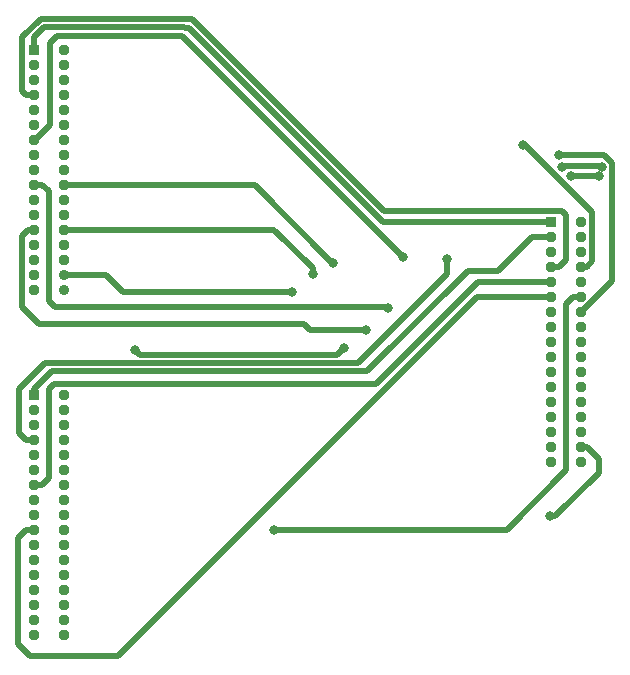
<source format=gbr>
%TF.GenerationSoftware,KiCad,Pcbnew,7.0.7*%
%TF.CreationDate,2023-09-12T10:02:15-04:00*%
%TF.ProjectId,Heater_North_DCT_HSK,48656174-6572-45f4-9e6f-7274685f4443,rev?*%
%TF.SameCoordinates,Original*%
%TF.FileFunction,Copper,L1,Top*%
%TF.FilePolarity,Positive*%
%FSLAX46Y46*%
G04 Gerber Fmt 4.6, Leading zero omitted, Abs format (unit mm)*
G04 Created by KiCad (PCBNEW 7.0.7) date 2023-09-12 10:02:15*
%MOMM*%
%LPD*%
G01*
G04 APERTURE LIST*
%TA.AperFunction,ComponentPad*%
%ADD10R,0.940800X0.940800*%
%TD*%
%TA.AperFunction,ComponentPad*%
%ADD11C,0.940800*%
%TD*%
%TA.AperFunction,ComponentPad*%
%ADD12C,0.890000*%
%TD*%
%TA.AperFunction,ViaPad*%
%ADD13C,0.800000*%
%TD*%
%TA.AperFunction,Conductor*%
%ADD14C,0.508000*%
%TD*%
G04 APERTURE END LIST*
D10*
%TO.P,J2,1,Pin_1*%
%TO.N,/HB2_1*%
X93969840Y-80010000D03*
D11*
%TO.P,J2,2,Pin_2*%
%TO.N,/HB2_2*%
X96530160Y-80010000D03*
%TO.P,J2,3,Pin_3*%
%TO.N,unconnected-(J2-Pin_3-Pad3)*%
X93980000Y-81280000D03*
%TO.P,J2,4,Pin_4*%
%TO.N,unconnected-(J2-Pin_4-Pad4)*%
X96520000Y-81280000D03*
%TO.P,J2,5,Pin_5*%
%TO.N,unconnected-(J2-Pin_5-Pad5)*%
X93980000Y-82550000D03*
%TO.P,J2,6,Pin_6*%
%TO.N,unconnected-(J2-Pin_6-Pad6)*%
X96520000Y-82550000D03*
%TO.P,J2,7,Pin_7*%
%TO.N,/HB2_7*%
X93980000Y-83820000D03*
%TO.P,J2,8,Pin_8*%
%TO.N,/HB2_8*%
X96520000Y-83820000D03*
%TO.P,J2,9,Pin_9*%
%TO.N,unconnected-(J2-Pin_9-Pad9)*%
X93980000Y-85090000D03*
%TO.P,J2,10,Pin_10*%
%TO.N,unconnected-(J2-Pin_10-Pad10)*%
X96520000Y-85090000D03*
%TO.P,J2,11,Pin_11*%
%TO.N,unconnected-(J2-Pin_11-Pad11)*%
X93980000Y-86360000D03*
%TO.P,J2,12,Pin_12*%
%TO.N,unconnected-(J2-Pin_12-Pad12)*%
X96520000Y-86360000D03*
%TO.P,J2,13,Pin_13*%
%TO.N,/HB2_13*%
X93980000Y-87630000D03*
%TO.P,J2,14,Pin_14*%
%TO.N,/HB2_14*%
X96520000Y-87630000D03*
%TO.P,J2,15,Pin_15*%
%TO.N,unconnected-(J2-Pin_15-Pad15)*%
X93980000Y-88900000D03*
%TO.P,J2,16,Pin_16*%
%TO.N,unconnected-(J2-Pin_16-Pad16)*%
X96520000Y-88900000D03*
%TO.P,J2,17,Pin_17*%
%TO.N,unconnected-(J2-Pin_17-Pad17)*%
X93980000Y-90170000D03*
%TO.P,J2,18,Pin_18*%
%TO.N,unconnected-(J2-Pin_18-Pad18)*%
X96520000Y-90170000D03*
%TO.P,J2,19,Pin_19*%
%TO.N,/HB2_19*%
X93980000Y-91440000D03*
%TO.P,J2,20,Pin_20*%
%TO.N,/HB2_20*%
X96520000Y-91440000D03*
%TO.P,J2,21,Pin_21*%
%TO.N,unconnected-(J2-Pin_21-Pad21)*%
X93980000Y-92710000D03*
%TO.P,J2,22,Pin_22*%
%TO.N,unconnected-(J2-Pin_22-Pad22)*%
X96520000Y-92710000D03*
%TO.P,J2,23,Pin_23*%
%TO.N,unconnected-(J2-Pin_23-Pad23)*%
X93980000Y-93980000D03*
%TO.P,J2,24,Pin_24*%
%TO.N,unconnected-(J2-Pin_24-Pad24)*%
X96520000Y-93980000D03*
%TO.P,J2,25,Pin_25*%
%TO.N,unconnected-(J2-Pin_25-Pad25)*%
X93980000Y-95250000D03*
%TO.P,J2,26,Pin_26*%
%TO.N,unconnected-(J2-Pin_26-Pad26)*%
X96520000Y-95250000D03*
%TO.P,J2,27,Pin_27*%
%TO.N,unconnected-(J2-Pin_27-Pad27)*%
X93980000Y-96520000D03*
%TO.P,J2,28,Pin_28*%
%TO.N,unconnected-(J2-Pin_28-Pad28)*%
X96520000Y-96520000D03*
%TO.P,J2,29,Pin_29*%
%TO.N,unconnected-(J2-Pin_29-Pad29)*%
X93980000Y-97790000D03*
%TO.P,J2,30,Pin_30*%
%TO.N,unconnected-(J2-Pin_30-Pad30)*%
X96520000Y-97790000D03*
%TO.P,J2,31,Pin_31*%
%TO.N,unconnected-(J2-Pin_31-Pad31)*%
X93980000Y-99060000D03*
%TO.P,J2,32,Pin_32*%
%TO.N,unconnected-(J2-Pin_32-Pad32)*%
X96520000Y-99060000D03*
%TO.P,J2,33,Pin_33*%
%TO.N,unconnected-(J2-Pin_33-Pad33)*%
X93980000Y-100330000D03*
%TO.P,J2,34,Pin_34*%
%TO.N,unconnected-(J2-Pin_34-Pad34)*%
X96520000Y-100330000D03*
%TD*%
D10*
%TO.P,J3,1,Pin_1*%
%TO.N,/HB1_1*%
X137719840Y-65340000D03*
D11*
%TO.P,J3,2,Pin_2*%
%TO.N,/HB1_2*%
X140280160Y-65340000D03*
%TO.P,J3,3,Pin_3*%
%TO.N,/HB2_1*%
X137730000Y-66610000D03*
%TO.P,J3,4,Pin_4*%
%TO.N,/HB2_2*%
X140270000Y-66610000D03*
%TO.P,J3,5,Pin_5*%
%TO.N,/HB2_7*%
X137730000Y-67880000D03*
%TO.P,J3,6,Pin_6*%
%TO.N,/HB2_8*%
X140270000Y-67880000D03*
%TO.P,J3,7,Pin_7*%
%TO.N,/HB1_7*%
X137730000Y-69150000D03*
%TO.P,J3,8,Pin_8*%
%TO.N,/HB1_8*%
X140270000Y-69150000D03*
%TO.P,J3,9,Pin_9*%
%TO.N,/HB2_13*%
X137730000Y-70420000D03*
%TO.P,J3,10,Pin_10*%
%TO.N,/HB2_14*%
X140270000Y-70420000D03*
%TO.P,J3,11,Pin_11*%
%TO.N,/HB2_19*%
X137730000Y-71690000D03*
%TO.P,J3,12,Pin_12*%
%TO.N,/HB2_20*%
X140270000Y-71690000D03*
%TO.P,J3,13,Pin_13*%
%TO.N,/HB1_13*%
X137730000Y-72960000D03*
%TO.P,J3,14,Pin_14*%
%TO.N,/HB1_14*%
X140270000Y-72960000D03*
%TO.P,J3,15,Pin_15*%
%TO.N,unconnected-(J3-Pin_15-Pad15)*%
X137730000Y-74230000D03*
%TO.P,J3,16,Pin_16*%
%TO.N,unconnected-(J3-Pin_16-Pad16)*%
X140270000Y-74230000D03*
%TO.P,J3,17,Pin_17*%
%TO.N,unconnected-(J3-Pin_17-Pad17)*%
X137730000Y-75500000D03*
%TO.P,J3,18,Pin_18*%
%TO.N,unconnected-(J3-Pin_18-Pad18)*%
X140270000Y-75500000D03*
%TO.P,J3,19,Pin_19*%
%TO.N,/HB1_19*%
X137730000Y-76770000D03*
%TO.P,J3,20,Pin_20*%
%TO.N,/HB1_20*%
X140270000Y-76770000D03*
%TO.P,J3,21,Pin_21*%
%TO.N,unconnected-(J3-Pin_21-Pad21)*%
X137730000Y-78040000D03*
%TO.P,J3,22,Pin_22*%
%TO.N,unconnected-(J3-Pin_22-Pad22)*%
X140270000Y-78040000D03*
%TO.P,J3,23,Pin_23*%
%TO.N,unconnected-(J3-Pin_23-Pad23)*%
X137730000Y-79310000D03*
%TO.P,J3,24,Pin_24*%
%TO.N,unconnected-(J3-Pin_24-Pad24)*%
X140270000Y-79310000D03*
%TO.P,J3,25,Pin_25*%
%TO.N,/HB1_25*%
X137730000Y-80580000D03*
%TO.P,J3,26,Pin_26*%
%TO.N,/HB1_26*%
X140270000Y-80580000D03*
%TO.P,J3,27,Pin_27*%
%TO.N,unconnected-(J3-Pin_27-Pad27)*%
X137730000Y-81850000D03*
%TO.P,J3,28,Pin_28*%
%TO.N,unconnected-(J3-Pin_28-Pad28)*%
X140270000Y-81850000D03*
%TO.P,J3,29,Pin_29*%
%TO.N,unconnected-(J3-Pin_29-Pad29)*%
X137730000Y-83120000D03*
%TO.P,J3,30,Pin_30*%
%TO.N,unconnected-(J3-Pin_30-Pad30)*%
X140270000Y-83120000D03*
%TO.P,J3,31,Pin_31*%
%TO.N,/HB1_31*%
X137730000Y-84390000D03*
%TO.P,J3,32,Pin_32*%
%TO.N,/HB1_32*%
X140270000Y-84390000D03*
%TO.P,J3,33,Pin_33*%
%TO.N,unconnected-(J3-Pin_33-Pad33)*%
X137730000Y-85660000D03*
%TO.P,J3,34,Pin_34*%
%TO.N,unconnected-(J3-Pin_34-Pad34)*%
X140270000Y-85660000D03*
%TD*%
D10*
%TO.P,J1,1,Pin_1*%
%TO.N,/HB1_1*%
X93969840Y-50800000D03*
D11*
%TO.P,J1,2,Pin_2*%
%TO.N,/HB1_2*%
X96530160Y-50800000D03*
%TO.P,J1,3,Pin_3*%
%TO.N,unconnected-(J1-Pin_3-Pad3)*%
X93980000Y-52070000D03*
%TO.P,J1,4,Pin_4*%
%TO.N,unconnected-(J1-Pin_4-Pad4)*%
X96520000Y-52070000D03*
%TO.P,J1,5,Pin_5*%
%TO.N,unconnected-(J1-Pin_5-Pad5)*%
X93980000Y-53340000D03*
%TO.P,J1,6,Pin_6*%
%TO.N,unconnected-(J1-Pin_6-Pad6)*%
X96520000Y-53340000D03*
%TO.P,J1,7,Pin_7*%
%TO.N,/HB1_7*%
X93980000Y-54610000D03*
%TO.P,J1,8,Pin_8*%
%TO.N,/HB1_8*%
X96520000Y-54610000D03*
%TO.P,J1,9,Pin_9*%
%TO.N,unconnected-(J1-Pin_9-Pad9)*%
X93980000Y-55880000D03*
%TO.P,J1,10,Pin_10*%
%TO.N,unconnected-(J1-Pin_10-Pad10)*%
X96520000Y-55880000D03*
%TO.P,J1,11,Pin_11*%
%TO.N,unconnected-(J1-Pin_11-Pad11)*%
X93980000Y-57150000D03*
%TO.P,J1,12,Pin_12*%
%TO.N,unconnected-(J1-Pin_12-Pad12)*%
X96520000Y-57150000D03*
%TO.P,J1,13,Pin_13*%
%TO.N,/HB1_13*%
X93980000Y-58420000D03*
%TO.P,J1,14,Pin_14*%
%TO.N,/HB1_14*%
X96520000Y-58420000D03*
%TO.P,J1,15,Pin_15*%
%TO.N,unconnected-(J1-Pin_15-Pad15)*%
X93980000Y-59690000D03*
%TO.P,J1,16,Pin_16*%
%TO.N,unconnected-(J1-Pin_16-Pad16)*%
X96520000Y-59690000D03*
%TO.P,J1,17,Pin_17*%
%TO.N,unconnected-(J1-Pin_17-Pad17)*%
X93980000Y-60960000D03*
%TO.P,J1,18,Pin_18*%
%TO.N,unconnected-(J1-Pin_18-Pad18)*%
X96520000Y-60960000D03*
%TO.P,J1,19,Pin_19*%
%TO.N,/HB1_19*%
X93980000Y-62230000D03*
%TO.P,J1,20,Pin_20*%
%TO.N,/HB1_20*%
X96520000Y-62230000D03*
%TO.P,J1,21,Pin_21*%
%TO.N,unconnected-(J1-Pin_21-Pad21)*%
X93980000Y-63500000D03*
%TO.P,J1,22,Pin_22*%
%TO.N,unconnected-(J1-Pin_22-Pad22)*%
X96520000Y-63500000D03*
%TO.P,J1,23,Pin_23*%
%TO.N,unconnected-(J1-Pin_23-Pad23)*%
X93980000Y-64770000D03*
%TO.P,J1,24,Pin_24*%
%TO.N,unconnected-(J1-Pin_24-Pad24)*%
X96520000Y-64770000D03*
%TO.P,J1,25,Pin_25*%
%TO.N,/HB1_25*%
X93980000Y-66040000D03*
%TO.P,J1,26,Pin_26*%
%TO.N,/HB1_26*%
X96520000Y-66040000D03*
%TO.P,J1,27,Pin_27*%
%TO.N,unconnected-(J1-Pin_27-Pad27)*%
X93980000Y-67310000D03*
%TO.P,J1,28,Pin_28*%
%TO.N,unconnected-(J1-Pin_28-Pad28)*%
X96520000Y-67310000D03*
%TO.P,J1,29,Pin_29*%
%TO.N,unconnected-(J1-Pin_29-Pad29)*%
X93980000Y-68580000D03*
%TO.P,J1,30,Pin_30*%
%TO.N,unconnected-(J1-Pin_30-Pad30)*%
X96520000Y-68580000D03*
%TO.P,J1,31,Pin_31*%
%TO.N,/HB1_31*%
X93980000Y-69850000D03*
D12*
%TO.P,J1,32,Pin_32*%
%TO.N,/HB1_32*%
X96520000Y-69850000D03*
D11*
%TO.P,J1,33,Pin_33*%
%TO.N,unconnected-(J1-Pin_33-Pad33)*%
X93980000Y-71120000D03*
D12*
%TO.P,J1,34,Pin_34*%
%TO.N,unconnected-(J1-Pin_34-Pad34)*%
X96520000Y-71120000D03*
%TD*%
D13*
%TO.N,/HB1_8*%
X135382000Y-58836500D03*
%TO.N,/HB1_13*%
X125200000Y-68300000D03*
%TO.N,/HB1_14*%
X138430000Y-59690000D03*
%TO.N,/HB1_19*%
X123900000Y-72654000D03*
%TO.N,/HB1_20*%
X119300000Y-68800000D03*
%TO.N,/HB1_25*%
X122100000Y-74500000D03*
%TO.N,/HB1_26*%
X117600000Y-69800000D03*
%TO.N,/HB1_31*%
X102500000Y-76200000D03*
X120200000Y-76000000D03*
%TO.N,/HB1_32*%
X137600000Y-90300000D03*
X115800000Y-71300000D03*
%TO.N,/HB2_2*%
X141800000Y-61500000D03*
X139426660Y-61500000D03*
%TO.N,/HB2_7*%
X128900000Y-68500000D03*
%TO.N,/HB2_8*%
X138669766Y-60693724D03*
X142046500Y-60693724D03*
%TO.N,/HB2_20*%
X114300000Y-91440000D03*
%TD*%
D14*
%TO.N,/HB2_19*%
X137730000Y-71690000D02*
X131502261Y-71690000D01*
X131502261Y-71690000D02*
X101084261Y-102108000D01*
X101084261Y-102108000D02*
X93608000Y-102108000D01*
X93608000Y-102108000D02*
X92600000Y-101100000D01*
X92600000Y-101100000D02*
X92600000Y-92154754D01*
X92600000Y-92154754D02*
X93314754Y-91440000D01*
X93314754Y-91440000D02*
X93980000Y-91440000D01*
%TO.N,/HB1_1*%
X93969840Y-49730160D02*
X93969840Y-50800000D01*
X106690737Y-48892000D02*
X94808000Y-48892000D01*
X94808000Y-48892000D02*
X93969840Y-49730160D01*
X137719840Y-65340000D02*
X123506000Y-65340000D01*
X123506000Y-65340000D02*
X107074000Y-48908000D01*
X106706737Y-48908000D02*
X106690737Y-48892000D01*
X107074000Y-48908000D02*
X106706737Y-48908000D01*
%TO.N,/HB1_7*%
X139000000Y-64771360D02*
X138644240Y-64415600D01*
X92964000Y-49734736D02*
X92964000Y-54259246D01*
X106984000Y-48184000D02*
X94514736Y-48184000D01*
X137730000Y-69150000D02*
X138395246Y-69150000D01*
X107000000Y-48200000D02*
X106984000Y-48184000D01*
X139000000Y-68545246D02*
X139000000Y-64771360D01*
X94514736Y-48184000D02*
X92964000Y-49734736D01*
X138395246Y-69150000D02*
X139000000Y-68545246D01*
X92964000Y-54259246D02*
X93314754Y-54610000D01*
X93314754Y-54610000D02*
X93980000Y-54610000D01*
X138644240Y-64415600D02*
X123582864Y-64415600D01*
X107367264Y-48200000D02*
X107000000Y-48200000D01*
X123582864Y-64415600D02*
X107367264Y-48200000D01*
%TO.N,/HB1_8*%
X141224000Y-68676000D02*
X140750000Y-69150000D01*
X140750000Y-69150000D02*
X140270000Y-69150000D01*
X135382000Y-58836500D02*
X135544500Y-58836500D01*
X141224000Y-64516000D02*
X141224000Y-68676000D01*
X135544500Y-58836500D02*
X141224000Y-64516000D01*
%TO.N,/HB1_13*%
X95900000Y-49600000D02*
X95300000Y-50200000D01*
X94017300Y-58420000D02*
X93980000Y-58420000D01*
X125196000Y-68300000D02*
X106496000Y-49600000D01*
X95300000Y-57137300D02*
X94017300Y-58420000D01*
X106496000Y-49600000D02*
X95900000Y-49600000D01*
X95300000Y-50200000D02*
X95300000Y-57137300D01*
X125200000Y-68300000D02*
X125196000Y-68300000D01*
%TO.N,/HB1_14*%
X140307300Y-72960000D02*
X140270000Y-72960000D01*
X142900000Y-70367300D02*
X140307300Y-72960000D01*
X142900000Y-60339485D02*
X142900000Y-70367300D01*
X138430000Y-59690000D02*
X142250515Y-59690000D01*
X142250515Y-59690000D02*
X142900000Y-60339485D01*
%TO.N,/HB1_19*%
X95200000Y-62784754D02*
X94645246Y-62230000D01*
X94645246Y-62230000D02*
X93980000Y-62230000D01*
X123846000Y-72600000D02*
X95700000Y-72600000D01*
X95700000Y-72600000D02*
X95200000Y-72100000D01*
X123900000Y-72654000D02*
X123846000Y-72600000D01*
X95200000Y-72100000D02*
X95200000Y-62784754D01*
%TO.N,/HB1_20*%
X119300000Y-68800000D02*
X119200000Y-68800000D01*
X112630000Y-62230000D02*
X96520000Y-62230000D01*
X119200000Y-68800000D02*
X112630000Y-62230000D01*
%TO.N,/HB1_25*%
X94400000Y-74000000D02*
X92964000Y-72564000D01*
X116800000Y-74000000D02*
X94400000Y-74000000D01*
X92964000Y-66536000D02*
X93460000Y-66040000D01*
X117300000Y-74500000D02*
X116800000Y-74000000D01*
X93460000Y-66040000D02*
X93980000Y-66040000D01*
X122100000Y-74500000D02*
X117300000Y-74500000D01*
X92964000Y-72564000D02*
X92964000Y-66536000D01*
%TO.N,/HB1_26*%
X117600000Y-69300000D02*
X114400000Y-66100000D01*
X114300000Y-66100000D02*
X114240000Y-66040000D01*
X117600000Y-69800000D02*
X117600000Y-69300000D01*
X114240000Y-66040000D02*
X96520000Y-66040000D01*
X114400000Y-66100000D02*
X114300000Y-66100000D01*
%TO.N,unconnected-(J1-Pin_29-Pad29)*%
X93980000Y-68620000D02*
X93980000Y-68580000D01*
X93902700Y-68620000D02*
X93980000Y-68620000D01*
%TO.N,/HB1_31*%
X102900000Y-76600000D02*
X119600000Y-76600000D01*
X102500000Y-76200000D02*
X102900000Y-76600000D01*
X119600000Y-76600000D02*
X120200000Y-76000000D01*
%TO.N,/HB1_32*%
X100050000Y-69850000D02*
X96520000Y-69850000D01*
X141800000Y-86600000D02*
X138100000Y-90300000D01*
X101500000Y-71300000D02*
X100050000Y-69850000D01*
X141800000Y-85400000D02*
X141800000Y-86600000D01*
X115800000Y-71300000D02*
X101500000Y-71300000D01*
X140270000Y-84390000D02*
X140790000Y-84390000D01*
X138100000Y-90300000D02*
X137600000Y-90300000D01*
X140790000Y-84390000D02*
X141800000Y-85400000D01*
%TO.N,/HB2_1*%
X122184000Y-78016000D02*
X95484000Y-78016000D01*
X95484000Y-78016000D02*
X93969840Y-79530160D01*
X133200000Y-69500000D02*
X130700000Y-69500000D01*
X93969840Y-79530160D02*
X93969840Y-80010000D01*
X136090000Y-66610000D02*
X133200000Y-69500000D01*
X137730000Y-66610000D02*
X136090000Y-66610000D01*
X130700000Y-69500000D02*
X122184000Y-78016000D01*
%TO.N,/HB2_2*%
X139548160Y-61468000D02*
X141768000Y-61468000D01*
X141768000Y-61468000D02*
X141800000Y-61500000D01*
X139426660Y-61346500D02*
X139548160Y-61468000D01*
%TO.N,/HB2_7*%
X92700000Y-83205246D02*
X93314754Y-83820000D01*
X121392000Y-77308000D02*
X94904000Y-77308000D01*
X128900000Y-68500000D02*
X128900000Y-69800000D01*
X128900000Y-69800000D02*
X121392000Y-77308000D01*
X93314754Y-83820000D02*
X93980000Y-83820000D01*
X94904000Y-77308000D02*
X92700000Y-79512000D01*
X92700000Y-79512000D02*
X92700000Y-83205246D01*
%TO.N,/HB2_8*%
X138724990Y-60638500D02*
X141939612Y-60638500D01*
X141939612Y-60638500D02*
X142046500Y-60531612D01*
X138669766Y-60693724D02*
X138724990Y-60638500D01*
%TO.N,/HB2_13*%
X95614400Y-79085600D02*
X95200000Y-79500000D01*
X95200000Y-87075246D02*
X94645246Y-87630000D01*
X95200000Y-79500000D02*
X95200000Y-87075246D01*
X94645246Y-87630000D02*
X93980000Y-87630000D01*
X122914400Y-79085600D02*
X95614400Y-79085600D01*
X137730000Y-70420000D02*
X131580000Y-70420000D01*
X131580000Y-70420000D02*
X122914400Y-79085600D01*
%TO.N,/HB2_20*%
X139000000Y-86400000D02*
X139000000Y-72294754D01*
X114300000Y-91440000D02*
X133960000Y-91440000D01*
X139604754Y-71690000D02*
X140270000Y-71690000D01*
X139000000Y-72294754D02*
X139604754Y-71690000D01*
X133960000Y-91440000D02*
X139000000Y-86400000D01*
%TD*%
M02*

</source>
